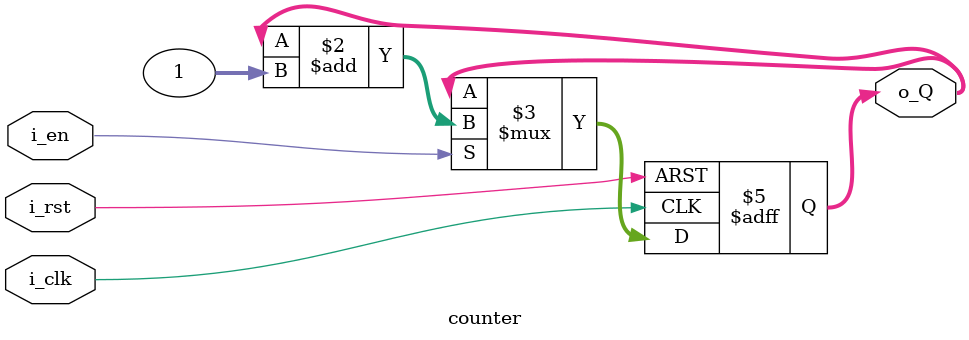
<source format=v>
module counter (
    input i_clk,
    input i_rst,
    input i_en,
    output reg [31:0] o_Q
);

always @(posedge i_clk, posedge i_rst) begin
    if(i_rst)
        o_Q <= 0;
    else if(i_en)
        o_Q <= o_Q + 1;
end
    
endmodule
</source>
